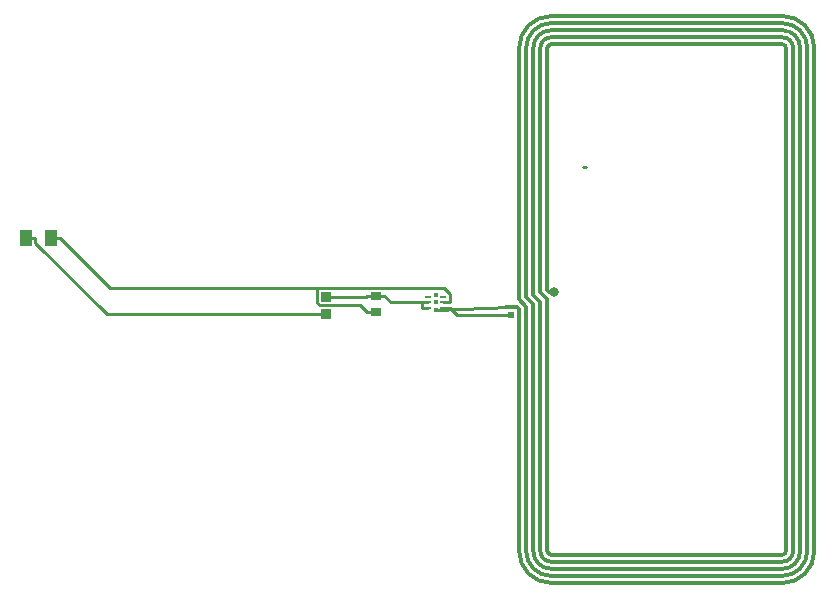
<source format=gtl>
G04 Layer: TopLayer*
G04 EasyEDA v6.5.46, 2024-09-05 17:20:12*
G04 40de067d3049435e91e5d68b14a7b093,40d518a219da4ee2a43a6f8a03234e12,10*
G04 Gerber Generator version 0.2*
G04 Scale: 100 percent, Rotated: No, Reflected: No *
G04 Dimensions in millimeters *
G04 leading zeros omitted , absolute positions ,4 integer and 5 decimal *
%FSLAX45Y45*%
%MOMM*%

%AMMACRO1*21,1,$1,$2,0,0,$3*%
%ADD10C,0.2540*%
%ADD11C,0.3000*%
%ADD12R,0.7501X0.3000*%
%ADD13R,0.9000X0.8000*%
%ADD14MACRO1,1X1.3995X0.0000*%
%ADD15R,1.0000X1.3995*%
%ADD16MACRO1,0.864X0.8065X0.0000*%
%ADD17R,0.8640X0.8065*%
%ADD18R,0.5000X0.2800*%
%ADD19R,0.3000X0.4500*%
%ADD20R,0.3000X0.3000*%
%ADD21C,0.8080*%
%ADD22C,0.6096*%

%LPD*%
D10*
X6515100Y-1384300D02*
G01*
X6540500Y-1384300D01*
X5899150Y-2565400D02*
G01*
X5270500Y-2587294D01*
X5152542Y-2577287D02*
G01*
X5152542Y-2527300D01*
X5205501Y-2577287D02*
G01*
X5152542Y-2577287D01*
X5205501Y-2527300D02*
G01*
X5162677Y-2527300D01*
X5162677Y-2527300D02*
G01*
X5152542Y-2527300D01*
X5152542Y-2527300D02*
G01*
X4892776Y-2527300D01*
X4835474Y-2469997D01*
X4762500Y-2469997D02*
G01*
X4835474Y-2469997D01*
X4343400Y-2477363D02*
G01*
X4682159Y-2477363D01*
X4689525Y-2469997D01*
X4762500Y-2469997D02*
G01*
X4689525Y-2469997D01*
X2010029Y-1981200D02*
G01*
X2088006Y-1981200D01*
X4762500Y-2610002D02*
G01*
X4689525Y-2610002D01*
X5335498Y-2527300D02*
G01*
X5388483Y-2527300D01*
X2088006Y-1981200D02*
G01*
X2508707Y-2401900D01*
X4268774Y-2401900D01*
X4689525Y-2610002D02*
G01*
X4625314Y-2545791D01*
X4286758Y-2545791D01*
X4268774Y-2527807D01*
X4268774Y-2401900D01*
X4268774Y-2401900D02*
G01*
X5344236Y-2401900D01*
X5395264Y-2452928D01*
X5395264Y-2520518D01*
X5388483Y-2527300D01*
X4343400Y-2628036D02*
G01*
X2485796Y-2628036D01*
X1877948Y-2020188D01*
X1877948Y-1981200D01*
X1799970Y-1981200D02*
G01*
X1877948Y-1981200D01*
X6273800Y-2438400D02*
G01*
X6232804Y-2438400D01*
X6216294Y-2421889D01*
X6216294Y-371906D01*
X6216395Y-369443D01*
X6216700Y-366979D01*
X6217208Y-364566D01*
X6217894Y-362204D01*
X6218809Y-359918D01*
X6219875Y-357682D01*
X6221145Y-355574D01*
X6222568Y-353568D01*
X6224143Y-351662D01*
X6225895Y-349910D01*
X6227775Y-348310D01*
X6229756Y-346862D01*
X6231890Y-345592D01*
X6234099Y-344500D01*
X6236385Y-343585D01*
X6238747Y-342874D01*
X6241161Y-342341D01*
X6243599Y-342036D01*
X6246063Y-341909D01*
X6246291Y-341909D01*
X5388483Y-2577287D02*
G01*
X5446775Y-2635580D01*
X5904687Y-2635580D01*
X5335498Y-2577287D02*
G01*
X5388483Y-2577287D01*
D11*
X8236305Y-4631893D02*
G01*
X8236305Y-371906D01*
X8296300Y-4631893D02*
G01*
X8296300Y-371906D01*
X8356295Y-4631893D02*
G01*
X8356295Y-371906D01*
X8416290Y-4631893D02*
G01*
X8416290Y-371906D01*
X8476284Y-4631893D02*
G01*
X8476284Y-371906D01*
X6246291Y-4661890D02*
G01*
X8206308Y-4661890D01*
X6246291Y-4721885D02*
G01*
X8206308Y-4721885D01*
X6246291Y-4781905D02*
G01*
X8206308Y-4781905D01*
X6246291Y-4841900D02*
G01*
X8206308Y-4841900D01*
X6246291Y-4901895D02*
G01*
X8206308Y-4901895D01*
X6246291Y-341909D02*
G01*
X8206308Y-341909D01*
X6246291Y-281914D02*
G01*
X8206308Y-281914D01*
X6246291Y-221894D02*
G01*
X8206308Y-221894D01*
X6246291Y-161899D02*
G01*
X8206308Y-161899D01*
X6246291Y-101904D02*
G01*
X8206308Y-101904D01*
X6216294Y-4631893D02*
G01*
X6216294Y-2501900D01*
X6156299Y-2441905D01*
X6156299Y-371906D01*
X6096304Y-4631893D02*
G01*
X6096304Y-2541904D01*
X6036309Y-2481910D01*
X6036309Y-371906D01*
X6156299Y-4631893D02*
G01*
X6156299Y-2521889D01*
X6096304Y-2461895D01*
X6096304Y-371906D01*
X6036309Y-4631893D02*
G01*
X6036309Y-2561894D01*
X5976289Y-2501900D01*
X5976289Y-371906D01*
X6216294Y-371906D02*
G01*
X6216294Y-2421889D01*
X6232804Y-2438400D01*
X6273800Y-2438400D01*
X5880100Y-2565400D02*
G01*
X5892800Y-2565400D01*
X5959805Y-2565400D01*
X5976289Y-2581910D01*
X5976289Y-4631893D01*
D12*
G01*
X5892800Y-2565400D03*
D13*
G01*
X4762500Y-2469997D03*
G01*
X4762500Y-2610002D03*
D14*
G01*
X2010029Y-1981200D03*
D15*
G01*
X1799970Y-1981200D03*
D16*
G01*
X4343400Y-2477375D03*
D17*
G01*
X4343400Y-2628036D03*
D18*
G01*
X5335498Y-2577287D03*
G01*
X5335498Y-2527300D03*
G01*
X5335498Y-2477312D03*
D19*
G01*
X5270500Y-2467305D03*
D18*
G01*
X5205501Y-2477287D03*
G01*
X5205501Y-2527300D03*
G01*
X5205501Y-2577287D03*
D19*
G01*
X5270500Y-2587294D03*
D20*
G01*
X5270500Y-2527300D03*
D11*
G75*
G01*
X6216294Y-371907D02*
G02*
X6246292Y-341909I29998J0D01*
G75*
G01*
X6156300Y-371907D02*
G02*
X6246292Y-281915I89992J0D01*
G75*
G01*
X6096305Y-371907D02*
G02*
X6246292Y-221894I149987J26D01*
G75*
G01*
X6036310Y-371907D02*
G02*
X6246292Y-161900I210007J0D01*
G75*
G01*
X5976290Y-371907D02*
G02*
X6246292Y-101905I270002J0D01*
G75*
G01*
X6216294Y-4631893D02*
G03*
X6246292Y-4661891I29998J0D01*
G75*
G01*
X6156300Y-4631893D02*
G03*
X6246292Y-4721885I89992J0D01*
G75*
G01*
X6096305Y-4631893D02*
G03*
X6246292Y-4781906I149987J-26D01*
G75*
G01*
X6036310Y-4631893D02*
G03*
X6246292Y-4841900I210007J0D01*
G75*
G01*
X5976290Y-4631893D02*
G03*
X6246292Y-4901895I270002J0D01*
G75*
G01*
X8236306Y-4631893D02*
G02*
X8206308Y-4661891I-29998J0D01*
G75*
G01*
X8296300Y-4631893D02*
G02*
X8206308Y-4721885I-89992J0D01*
G75*
G01*
X8356295Y-4631893D02*
G02*
X8206308Y-4781906I-149987J-26D01*
G75*
G01*
X8416290Y-4631893D02*
G02*
X8206308Y-4841900I-210007J0D01*
G75*
G01*
X8476310Y-4631893D02*
G02*
X8206308Y-4901895I-270002J0D01*
G75*
G01*
X8236306Y-371907D02*
G03*
X8206308Y-341909I-29998J0D01*
G75*
G01*
X8296300Y-371907D02*
G03*
X8206308Y-281915I-89992J0D01*
G75*
G01*
X8356295Y-371907D02*
G03*
X8206308Y-221894I-149987J26D01*
G75*
G01*
X8416290Y-371907D02*
G03*
X8206308Y-161900I-210007J0D01*
G75*
G01*
X8476310Y-371907D02*
G03*
X8206308Y-101905I-270002J0D01*
D21*
G01*
X6273800Y-2438400D03*
D22*
G01*
X5904687Y-2635580D03*
M02*

</source>
